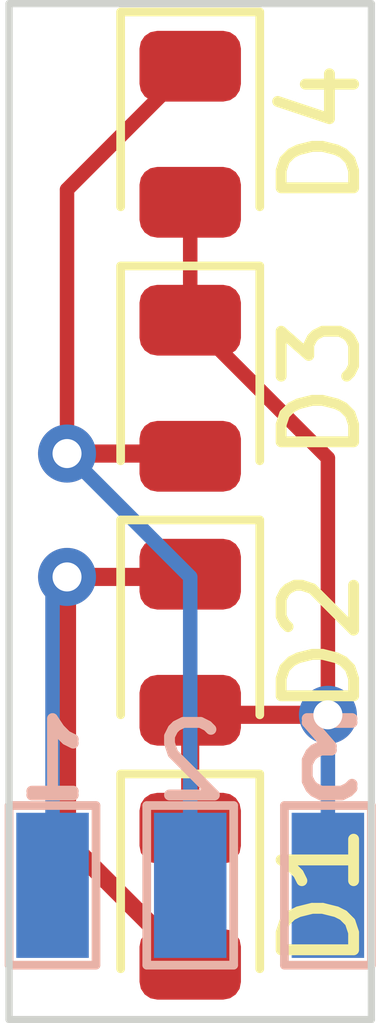
<source format=kicad_pcb>
(kicad_pcb (version 20241229) (generator "pcbnew") (generator_version "9.0")
  (layers (0 "F.Cu" signal) (2 "B.Cu" signal) (13 "F.Paste" user) (15 "B.Paste" user) (5 "F.SilkS" user "F.Silkscreen") (7 "B.SilkS" user "B.Silkscreen") (1 "F.Mask" user) (3 "B.Mask" user) (25 "Edge.Cuts" user))
  (net 0 "")
  (net 1 "Net-(D1-K)")
  (net 2 "Net-(D1-A)")
  (net 3 "Net-(D3-A)")
  (footprint "LED_SMD:LED_0805_2012Metric" (layer "F.Cu") (at 97.5 78.3 -90)
    (property "Reference" "D1" (at 0 -1.8 90) (layer "F.SilkS"))
    (property "Value" "25%" (hide yes))
    (fp_line (start -1.685 0.96) (end 1 0.96) (stroke (width 0.12)) (layer "F.SilkS"))
    (fp_line (start -1.685 -0.96) (end -1.685 0.96) (stroke (width 0.12)) (layer "F.SilkS"))
    (fp_line (start 1 -0.96) (end -1.685 -0.96) (stroke (width 0.12)) (layer "F.SilkS"))
    (pad "1" smd roundrect (at -0.9375 0 270) (size 0.975 1.4) (layers "F.Cu" "F.Mask" "F.Paste") (net 1 "Net-(D1-K)"))
    (pad "2" smd roundrect (at 0.9375 0 270) (size 0.975 1.4) (layers "F.Cu" "F.Mask" "F.Paste") (net 2 "Net-(D1-A)"))
  )
  (footprint "LED_SMD:LED_0805_2012Metric" (layer "F.Cu") (at 97.5 71.3 -90)
    (property "Reference" "D3" (at 0 -1.8 90) (layer "F.SilkS"))
    (property "Value" "75%" (hide yes))
    (fp_line (start -1.685 0.96) (end 1 0.96) (stroke (width 0.12)) (layer "F.SilkS"))
    (fp_line (start -1.685 -0.96) (end -1.685 0.96) (stroke (width 0.12)) (layer "F.SilkS"))
    (fp_line (start 1 -0.96) (end -1.685 -0.96) (stroke (width 0.12)) (layer "F.SilkS"))
    (pad "1" smd roundrect (at -0.9375 0 270) (size 0.975 1.4) (layers "F.Cu" "F.Mask" "F.Paste") (net 1 "Net-(D1-K)"))
    (pad "2" smd roundrect (at 0.9375 0 270) (size 0.975 1.4) (layers "F.Cu" "F.Mask" "F.Paste") (net 3 "Net-(D3-A)"))
  )
  (footprint "LED_SMD:LED_0805_2012Metric" (layer "F.Cu") (at 97.5 67.8 -90)
    (property "Reference" "D4" (at 0 -1.8 90) (layer "F.SilkS"))
    (property "Value" "100%" (hide yes))
    (fp_line (start -1.685 0.96) (end 1 0.96) (stroke (width 0.12)) (layer "F.SilkS"))
    (fp_line (start -1.685 -0.96) (end -1.685 0.96) (stroke (width 0.12)) (layer "F.SilkS"))
    (fp_line (start 1 -0.96) (end -1.685 -0.96) (stroke (width 0.12)) (layer "F.SilkS"))
    (pad "1" smd roundrect (at -0.9375 0 270) (size 0.975 1.4) (layers "F.Cu" "F.Mask" "F.Paste") (net 3 "Net-(D3-A)"))
    (pad "2" smd roundrect (at 0.9375 0 270) (size 0.975 1.4) (layers "F.Cu" "F.Mask" "F.Paste") (net 1 "Net-(D1-K)"))
  )
  (footprint "LED_SMD:LED_0805_2012Metric" (layer "F.Cu") (at 97.5 74.8 -90)
    (property "Reference" "D2" (at 0 -1.8 90) (layer "F.SilkS"))
    (property "Value" "50%" (hide yes))
    (fp_line (start -1.685 0.96) (end 1 0.96) (stroke (width 0.12)) (layer "F.SilkS"))
    (fp_line (start -1.685 -0.96) (end -1.685 0.96) (stroke (width 0.12)) (layer "F.SilkS"))
    (fp_line (start 1 -0.96) (end -1.685 -0.96) (stroke (width 0.12)) (layer "F.SilkS"))
    (pad "1" smd roundrect (at -0.9375 0 270) (size 0.975 1.4) (layers "F.Cu" "F.Mask" "F.Paste") (net 2 "Net-(D1-A)"))
    (pad "2" smd roundrect (at 0.9375 0 270) (size 0.975 1.4) (layers "F.Cu" "F.Mask" "F.Paste") (net 1 "Net-(D1-K)"))
  )
  (footprint "Library:TestPoint_1.0x2.0mm" (layer "B.Cu") (at 95.6 78.15 180)
    (property "Reference" "TP1" (hide yes))
    (property "Value" "1" (at 0 1.7 0) (layer "B.SilkS") (effects (justify mirror)))
    (fp_line (start 0.6 1.1) (end 0.6 -1.1) (stroke (width 0.12)) (layer "B.SilkS"))
    (fp_line (start 0.6 -1.1) (end -0.6 -1.1) (stroke (width 0.12)) (layer "B.SilkS"))
    (fp_line (start -0.6 1.1) (end 0.6 1.1) (stroke (width 0.12)) (layer "B.SilkS"))
    (fp_line (start -0.6 -1.1) (end -0.6 1.1) (stroke (width 0.12)) (layer "B.SilkS"))
    (pad "1" smd rect (at 0 0 180) (size 1 2) (layers "B.Cu" "B.Mask") (net 2 "Net-(D1-A)"))
  )
  (footprint "Library:TestPoint_1.0x2.0mm" (layer "B.Cu") (at 99.4 78.15 180)
    (property "Reference" "TP3" (hide yes))
    (property "Value" "3" (at 0 1.7 0) (layer "B.SilkS") (effects (justify mirror)))
    (fp_line (start 0.6 1.1) (end 0.6 -1.1) (stroke (width 0.12)) (layer "B.SilkS"))
    (fp_line (start 0.6 -1.1) (end -0.6 -1.1) (stroke (width 0.12)) (layer "B.SilkS"))
    (fp_line (start -0.6 1.1) (end 0.6 1.1) (stroke (width 0.12)) (layer "B.SilkS"))
    (fp_line (start -0.6 -1.1) (end -0.6 1.1) (stroke (width 0.12)) (layer "B.SilkS"))
    (pad "3" smd rect (at 0 0 180) (size 1 2) (layers "B.Cu" "B.Mask") (net 1 "Net-(D1-K)"))
  )
  (footprint "Library:TestPoint_1.0x2.0mm" (layer "B.Cu") (at 97.5 78.15 180)
    (property "Reference" "TP2" (hide yes))
    (property "Value" "2" (at 0 1.7 0) (layer "B.SilkS") (effects (justify mirror)))
    (fp_line (start 0.6 1.1) (end 0.6 -1.1) (stroke (width 0.12)) (layer "B.SilkS"))
    (fp_line (start 0.6 -1.1) (end -0.6 -1.1) (stroke (width 0.12)) (layer "B.SilkS"))
    (fp_line (start -0.6 1.1) (end 0.6 1.1) (stroke (width 0.12)) (layer "B.SilkS"))
    (fp_line (start -0.6 -1.1) (end -0.6 1.1) (stroke (width 0.12)) (layer "B.SilkS"))
    (pad "2" smd rect (at 0 0 180) (size 1 2) (layers "B.Cu" "B.Mask") (net 3 "Net-(D3-A)"))
  )
  (gr_line (start 99.20952 76.80476) (end 99.30476 76.85238) (stroke (width 0.15)) (layer "B.SilkS"))
  (gr_line (start 99.30476 76.85238) (end 99.59048 76.85238) (stroke (width 0.15)) (layer "B.SilkS"))
  (gr_line (start 95.69524 75.99524) (end 95.79048 76.09048) (stroke (width 0.15)) (layer "B.SilkS"))
  (gr_line (start 95.6 76.85238) (end 95.6 75.85238) (stroke (width 0.15)) (layer "B.SilkS"))
  (gr_line (start 99.11429 76.42381) (end 99.11429 76.6619) (stroke (width 0.15)) (layer "B.SilkS"))
  (gr_line (start 95.31429 76.85238) (end 95.88571 76.85238) (stroke (width 0.15)) (layer "B.SilkS"))
  (gr_line (start 99.11429 76.6619) (end 99.1619 76.75714) (stroke (width 0.15)) (layer "B.SilkS"))
  (gr_line (start 95.79048 76.09048) (end 95.88571 76.1381) (stroke (width 0.15)) (layer "B.SilkS"))
  (gr_line (start 99.20952 76.28095) (end 99.1619 76.32857) (stroke (width 0.15)) (layer "B.SilkS"))
  (gr_line (start 99.11429 75.85238) (end 99.44762 76.23333) (stroke (width 0.15)) (layer "B.SilkS"))
  (gr_line (start 99.44762 76.23333) (end 99.30476 76.23333) (stroke (width 0.15)) (layer "B.SilkS"))
  (gr_line (start 99.30476 76.23333) (end 99.20952 76.28095) (stroke (width 0.15)) (layer "B.SilkS"))
  (gr_line (start 95.6 75.85238) (end 95.69524 75.99524) (stroke (width 0.15)) (layer "B.SilkS"))
  (gr_line (start 99.1619 76.32857) (end 99.11429 76.42381) (stroke (width 0.15)) (layer "B.SilkS"))
  (gr_line (start 99.73333 75.85238) (end 99.11429 75.85238) (stroke (width 0.15)) (layer "B.SilkS"))
  (gr_line (start 99.1619 76.75714) (end 99.20952 76.80476) (stroke (width 0.15)) (layer "B.SilkS"))
  (gr_line (start 99.68571 76.80476) (end 99.73333 76.75714) (stroke (width 0.15)) (layer "B.SilkS"))
  (gr_line (start 99.59048 76.85238) (end 99.68571 76.80476) (stroke (width 0.15)) (layer "B.SilkS"))
  (gr_line (start 100 80) (end 100 66) (stroke (width 0.1)) (layer "Edge.Cuts"))
  (gr_line (start 95 80) (end 100 80) (stroke (width 0.1)) (layer "Edge.Cuts"))
  (gr_line (start 95 66) (end 95 80) (stroke (width 0.1)) (layer "Edge.Cuts"))
  (gr_line (start 100 66) (end 95 66) (stroke (width 0.1)) (layer "Edge.Cuts"))
  (segment (start 97.5 75.7375) (end 97.5 77.3625) (width 0.25) (layer "F.Cu") (net 1))
  (segment (start 99.3375 75.7375) (end 99.4 75.8) (width 0.25) (layer "F.Cu") (net 1))
  (segment (start 99.4 75.8) (end 99.4 72.2625) (width 0.2) (layer "F.Cu") (net 1))
  (segment (start 97.5 70.3625) (end 97.5 68.7375) (width 0.2) (layer "F.Cu") (net 1))
  (segment (start 99.4 72.2625) (end 97.5 70.3625) (width 0.2) (layer "F.Cu") (net 1))
  (segment (start 97.5625 75.8) (end 97.5 75.7375) (width 0.25) (layer "F.Cu") (net 1))
  (segment (start 99.4 75.8) (end 97.5625 75.8) (width 0.25) (layer "F.Cu") (net 1))
  (segment (start 99.4 75.8) (end 99.3 75.7) (width 0.25) (layer "F.Cu") (net 1))
  (via (at 99.4 75.8) (size 0.8) (drill 0.4) (layers "F.Cu" "B.Cu") (net 1))
  (segment (start 99.4 78.15) (end 99.4 75.8) (width 0.2) (layer "B.Cu") (net 1))
  (segment (start 95.8 73.9) (end 95.8 77.5375) (width 0.25) (layer "F.Cu") (net 2))
  (segment (start 95.8375 73.8625) (end 95.8 73.9) (width 0.25) (layer "F.Cu") (net 2))
  (segment (start 95.8 77.5375) (end 97.5 79.2375) (width 0.25) (layer "F.Cu") (net 2))
  (segment (start 97.4625 73.9) (end 97.5 73.8625) (width 0.25) (layer "F.Cu") (net 2))
  (segment (start 95.8 73.9) (end 97.4625 73.9) (width 0.25) (layer "F.Cu") (net 2))
  (via (at 95.8 73.9) (size 0.8) (drill 0.4) (layers "F.Cu" "B.Cu") (net 2))
  (segment (start 95.6 78.15) (end 95.6 74.1) (width 0.2) (layer "B.Cu") (net 2))
  (segment (start 95.6 74.1) (end 95.8 73.9) (width 0.2) (layer "B.Cu") (net 2))
  (segment (start 95.8 72.2) (end 97.4625 72.2) (width 0.25) (layer "F.Cu") (net 3))
  (segment (start 97.5 66.8625) (end 95.8 68.5625) (width 0.2) (layer "F.Cu") (net 3))
  (segment (start 95.8 68.5625) (end 95.8 72.2) (width 0.2) (layer "F.Cu") (net 3))
  (segment (start 97.4625 72.2) (end 97.5 72.2375) (width 0.25) (layer "F.Cu") (net 3))
  (segment (start 95.8375 72.2375) (end 95.8 72.2) (width 0.25) (layer "F.Cu") (net 3))
  (via (at 95.8 72.2) (size 0.8) (drill 0.4) (layers "F.Cu" "B.Cu") (net 3))
  (segment (start 97.5 78.15) (end 97.5 73.9) (width 0.2) (layer "B.Cu") (net 3))
  (segment (start 97.5 73.9) (end 95.8 72.2) (width 0.2) (layer "B.Cu") (net 3))
)
</source>
